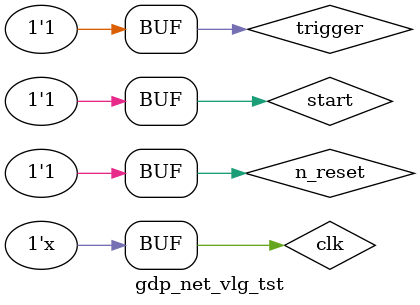
<source format=sv>


`timescale 1 ps/ 1 ps
module gdp_net_vlg_tst();
// constants                                           
// general purpose registers
reg eachvec;
// test vector input registers
reg clk;
reg n_reset;
reg start;
reg trigger;
// wires                                               
wire [3:0]  categories;
wire one_end;
// assign statements (if any)                          
gdp_net i1 (
// port map - connection between master ports and signals/registers   
	.clk(clk),
	.categories(categories),
	.n_reset(n_reset),
	.trigger(trigger),
	.start(start),
	.one_end(one_end)
);
initial                                                
begin
trigger = 0;                                                  
clk=0;
n_reset=0;
start=0;
# 10 n_reset=1;
# 5 start=1;                                            
$display("Running testbench");
# 3000000 trigger =1;                       
end                                                    
always                                                 
// optional sensitivity list                           
// @(event1 or event2 or .... eventn)                  
begin                                                  
#5 clk=!clk;                                              
end                                                    
endmodule


</source>
